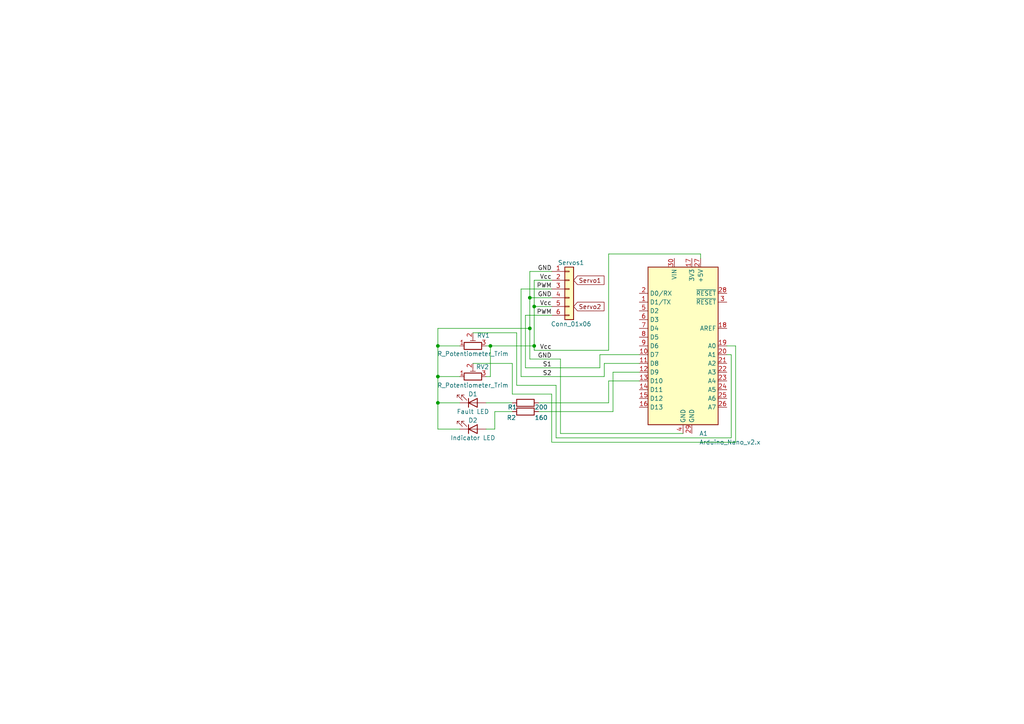
<source format=kicad_sch>
(kicad_sch (version 20250114) (generator "eeschema") (generator_version "9.0")
  (paper "A4")
  (title_block (title "Morphing wing PCB") (date "2025-03-14") (rev "v1") (comment 1 "Email: o.meszaros@student.unsw.edu.au") (comment 2 "zID: z5636164") (comment 3 "Designed by Oskar Meszaros"))
  (lib_symbols
    (symbol "Connector_Generic:Conn_01x06" (pin_names (offset 1.016) (hide yes))
      (property "Reference" "J" (at 0 7.62 0))
      (property "Value" "Conn_01x06" (at 0 -10.16 0))
      (symbol "Conn_01x06_1_1"
        (rectangle (start -1.27 6.35) (end 1.27 -8.89) (stroke (width 0.254)) (fill (type background)))
        (rectangle (start -1.27 5.207) (end 0 4.953) (stroke (width 0.1524)))
        (rectangle (start -1.27 2.667) (end 0 2.413) (stroke (width 0.1524)))
        (rectangle (start -1.27 0.127) (end 0 -0.127) (stroke (width 0.1524)))
        (rectangle (start -1.27 -2.413) (end 0 -2.667) (stroke (width 0.1524)))
        (rectangle (start -1.27 -4.953) (end 0 -5.207) (stroke (width 0.1524)))
        (rectangle (start -1.27 -7.493) (end 0 -7.747) (stroke (width 0.1524)))
        (pin passive line (at -5.08 5.08 0) (length 3.81) (name "Pin_1") (number "1"))
        (pin passive line (at -5.08 2.54 0) (length 3.81) (name "Pin_2") (number "2"))
        (pin passive line (at -5.08 0 0) (length 3.81) (name "Pin_3") (number "3"))
        (pin passive line (at -5.08 -2.54 0) (length 3.81) (name "Pin_4") (number "4"))
        (pin passive line (at -5.08 -5.08 0) (length 3.81) (name "Pin_5") (number "5"))
        (pin passive line (at -5.08 -7.62 0) (length 3.81) (name "Pin_6") (number "6"))
      )
    )
    (symbol "Device:LED" (pin_numbers (hide yes)) (pin_names (offset 1.016) (hide yes))
      (property "Reference" "D" (at 0 2.54 0))
      (property "Value" "LED" (at 0 -2.54 0))
      (symbol "LED_0_1"
        (polyline (pts (xy -3.048 -0.762) (xy -4.572 -2.286) (xy -3.81 -2.286) (xy -4.572 -2.286) (xy -4.572 -1.524)))
        (polyline (pts (xy -1.778 -0.762) (xy -3.302 -2.286) (xy -2.54 -2.286) (xy -3.302 -2.286) (xy -3.302 -1.524)))
        (polyline (pts (xy -1.27 0) (xy 1.27 0)))
        (polyline (pts (xy -1.27 -1.27) (xy -1.27 1.27)) (stroke (width 0.254)))
        (polyline (pts (xy 1.27 -1.27) (xy 1.27 1.27) (xy -1.27 0) (xy 1.27 -1.27)) (stroke (width 0.254)))
      )
      (symbol "LED_1_1"
        (pin passive line (at -3.81 0 0) (length 2.54) (name "K") (number "1"))
        (pin passive line (at 3.81 0 180) (length 2.54) (name "A") (number "2"))
      )
    )
    (symbol "Device:R" (pin_numbers (hide yes)) (pin_names (offset 0))
      (property "Reference" "R" (at 2.032 0 90))
      (property "Value" "R" (at 0 0 90))
      (symbol "R_0_1"
        (rectangle (start -1.016 -2.54) (end 1.016 2.54) (stroke (width 0.254)))
      )
      (symbol "R_1_1"
        (pin passive line (at 0 3.81 270) (length 1.27) (name "~") (number "1"))
        (pin passive line (at 0 -3.81 90) (length 1.27) (name "~") (number "2"))
      )
    )
    (symbol "Device:R_Potentiometer_Trim" (pin_names (offset 1.016) (hide yes))
      (property "Reference" "RV" (at -4.445 0 90))
      (property "Value" "R_Potentiometer_Trim" (at -2.54 0 90))
      (symbol "R_Potentiometer_Trim_0_1"
        (rectangle (start 1.016 2.54) (end -1.016 -2.54) (stroke (width 0.254)))
        (polyline (pts (xy 1.524 0.762) (xy 1.524 -0.762)))
        (polyline (pts (xy 2.54 0) (xy 1.524 0)))
      )
      (symbol "R_Potentiometer_Trim_1_1"
        (pin passive line (at 0 3.81 270) (length 1.27) (name "1") (number "1"))
        (pin passive line (at 0 -3.81 90) (length 1.27) (name "3") (number "3"))
        (pin passive line (at 3.81 0 180) (length 1.27) (name "2") (number "2"))
      )
    )
    (symbol "MCU_Module:Arduino_Nano_v2.x"
      (property "Reference" "A" (at -10.16 23.495 0))
      (property "Value" "Arduino_Nano_v2.x" (at 5.08 -24.13 0))
      (symbol "Arduino_Nano_v2.x_0_1"
        (rectangle (start -10.16 22.86) (end 10.16 -22.86) (stroke (width 0.254)) (fill (type background)))
      )
      (symbol "Arduino_Nano_v2.x_1_1"
        (pin bidirectional line (at -12.7 15.24 0) (length 2.54) (name "D0/RX") (number "2"))
        (pin bidirectional line (at -12.7 12.7 0) (length 2.54) (name "D1/TX") (number "1"))
        (pin bidirectional line (at -12.7 10.16 0) (length 2.54) (name "D2") (number "5"))
        (pin bidirectional line (at -12.7 7.62 0) (length 2.54) (name "D3") (number "6"))
        (pin bidirectional line (at -12.7 5.08 0) (length 2.54) (name "D4") (number "7"))
        (pin bidirectional line (at -12.7 2.54 0) (length 2.54) (name "D5") (number "8"))
        (pin bidirectional line (at -12.7 0 0) (length 2.54) (name "D6") (number "9"))
        (pin bidirectional line (at -12.7 -2.54 0) (length 2.54) (name "D7") (number "10"))
        (pin bidirectional line (at -12.7 -5.08 0) (length 2.54) (name "D8") (number "11"))
        (pin bidirectional line (at -12.7 -7.62 0) (length 2.54) (name "D9") (number "12"))
        (pin bidirectional line (at -12.7 -10.16 0) (length 2.54) (name "D10") (number "13"))
        (pin bidirectional line (at -12.7 -12.7 0) (length 2.54) (name "D11") (number "14"))
        (pin bidirectional line (at -12.7 -15.24 0) (length 2.54) (name "D12") (number "15"))
        (pin bidirectional line (at -12.7 -17.78 0) (length 2.54) (name "D13") (number "16"))
        (pin power_in line (at -2.54 25.4 270) (length 2.54) (name "VIN") (number "30"))
        (pin power_in line (at 0 -25.4 90) (length 2.54) (name "GND") (number "4"))
        (pin power_out line (at 2.54 25.4 270) (length 2.54) (name "3V3") (number "17"))
        (pin power_in line (at 2.54 -25.4 90) (length 2.54) (name "GND") (number "29"))
        (pin power_out line (at 5.08 25.4 270) (length 2.54) (name "+5V") (number "27"))
        (pin input line (at 12.7 15.24 180) (length 2.54) (name "~{RESET}") (number "28"))
        (pin input line (at 12.7 12.7 180) (length 2.54) (name "~{RESET}") (number "3"))
        (pin input line (at 12.7 5.08 180) (length 2.54) (name "AREF") (number "18"))
        (pin bidirectional line (at 12.7 0 180) (length 2.54) (name "A0") (number "19"))
        (pin bidirectional line (at 12.7 -2.54 180) (length 2.54) (name "A1") (number "20"))
        (pin bidirectional line (at 12.7 -5.08 180) (length 2.54) (name "A2") (number "21"))
        (pin bidirectional line (at 12.7 -7.62 180) (length 2.54) (name "A3") (number "22"))
        (pin bidirectional line (at 12.7 -10.16 180) (length 2.54) (name "A4") (number "23"))
        (pin bidirectional line (at 12.7 -12.7 180) (length 2.54) (name "A5") (number "24"))
        (pin bidirectional line (at 12.7 -15.24 180) (length 2.54) (name "A6") (number "25"))
        (pin bidirectional line (at 12.7 -17.78 180) (length 2.54) (name "A7") (number "26"))
      )
    )
  )
  (junction (at 154.94 88.9))
  (junction (at 127 100.33))
  (junction (at 142.24 100.33))
  (junction (at 153.67 86.36))
  (junction (at 127 109.22))
  (junction (at 153.67 95.25))
  (junction (at 127 116.84))
  (junction (at 154.94 100.33))
  (wire (pts (xy 154.94 101.6) (xy 154.94 100.33)))
  (wire (pts (xy 175.26 105.41) (xy 185.42 105.41)))
  (wire (pts (xy 177.8 119.38) (xy 177.8 107.95)))
  (wire (pts (xy 154.94 88.9) (xy 154.94 81.28)))
  (wire (pts (xy 176.53 110.49) (xy 185.42 110.49)))
  (wire (pts (xy 154.94 101.6) (xy 176.53 101.6)))
  (wire (pts (xy 143.51 119.38) (xy 143.51 124.46)))
  (wire (pts (xy 154.94 100.33) (xy 154.94 88.9)))
  (wire (pts (xy 153.67 86.36) (xy 160.02 86.36)))
  (wire (pts (xy 127 109.22) (xy 133.35 109.22)))
  (wire (pts (xy 212.09 127) (xy 212.09 102.87)))
  (wire (pts (xy 143.51 119.38) (xy 148.59 119.38)))
  (wire (pts (xy 176.53 116.84) (xy 176.53 110.49)))
  (wire (pts (xy 127 116.84) (xy 133.35 116.84)))
  (wire (pts (xy 148.59 105.41) (xy 137.16 105.41)))
  (wire (pts (xy 177.8 107.95) (xy 185.42 107.95)))
  (wire (pts (xy 156.21 116.84) (xy 176.53 116.84)))
  (wire (pts (xy 173.99 102.87) (xy 185.42 102.87)))
  (wire (pts (xy 140.97 100.33) (xy 142.24 100.33)))
  (wire (pts (xy 127 95.25) (xy 153.67 95.25)))
  (wire (pts (xy 127 109.22) (xy 127 100.33)))
  (wire (pts (xy 127 124.46) (xy 127 116.84)))
  (wire (pts (xy 142.24 100.33) (xy 154.94 100.33)))
  (wire (pts (xy 176.53 101.6) (xy 176.53 73.66)))
  (wire (pts (xy 151.13 83.82) (xy 160.02 83.82)))
  (wire (pts (xy 127 124.46) (xy 133.35 124.46)))
  (wire (pts (xy 152.4 106.68) (xy 152.4 91.44)))
  (wire (pts (xy 154.94 81.28) (xy 160.02 81.28)))
  (wire (pts (xy 156.21 119.38) (xy 177.8 119.38)))
  (wire (pts (xy 160.02 114.3) (xy 160.02 128.27)))
  (wire (pts (xy 152.4 91.44) (xy 160.02 91.44)))
  (wire (pts (xy 176.53 73.66) (xy 203.2 73.66)))
  (wire (pts (xy 153.67 95.25) (xy 153.67 86.36)))
  (wire (pts (xy 153.67 86.36) (xy 153.67 78.74)))
  (wire (pts (xy 213.36 100.33) (xy 210.82 100.33)))
  (wire (pts (xy 148.59 114.3) (xy 148.59 105.41)))
  (wire (pts (xy 149.86 111.76) (xy 149.86 96.52)))
  (wire (pts (xy 127 100.33) (xy 127 95.25)))
  (wire (pts (xy 127 116.84) (xy 127 109.22)))
  (wire (pts (xy 149.86 111.76) (xy 161.29 111.76)))
  (wire (pts (xy 212.09 102.87) (xy 210.82 102.87)))
  (wire (pts (xy 161.29 111.76) (xy 161.29 127)))
  (wire (pts (xy 161.29 127) (xy 212.09 127)))
  (wire (pts (xy 153.67 104.14) (xy 153.67 95.25)))
  (wire (pts (xy 142.24 109.22) (xy 142.24 100.33)))
  (wire (pts (xy 127 100.33) (xy 133.35 100.33)))
  (wire (pts (xy 203.2 73.66) (xy 203.2 74.93)))
  (wire (pts (xy 152.4 106.68) (xy 173.99 106.68)))
  (wire (pts (xy 153.67 78.74) (xy 160.02 78.74)))
  (wire (pts (xy 173.99 106.68) (xy 173.99 102.87)))
  (wire (pts (xy 162.56 125.73) (xy 198.12 125.73)))
  (wire (pts (xy 140.97 109.22) (xy 142.24 109.22)))
  (wire (pts (xy 213.36 128.27) (xy 213.36 100.33)))
  (wire (pts (xy 175.26 109.22) (xy 175.26 105.41)))
  (wire (pts (xy 160.02 114.3) (xy 148.59 114.3)))
  (wire (pts (xy 151.13 109.22) (xy 175.26 109.22)))
  (wire (pts (xy 143.51 124.46) (xy 140.97 124.46)))
  (wire (pts (xy 140.97 116.84) (xy 148.59 116.84)))
  (wire (pts (xy 162.56 104.14) (xy 162.56 125.73)))
  (wire (pts (xy 151.13 109.22) (xy 151.13 83.82)))
  (wire (pts (xy 160.02 128.27) (xy 213.36 128.27)))
  (wire (pts (xy 149.86 96.52) (xy 137.16 96.52)))
  (wire (pts (xy 153.67 104.14) (xy 162.56 104.14)))
  (wire (pts (xy 154.94 88.9) (xy 160.02 88.9)))
  (label "GND" (at 160.02 78.74 180))
  (label "Vcc" (at 160.02 81.28 180))
  (label "PWM" (at 160.02 83.82 180))
  (label "S1" (at 160.02 106.68 180))
  (label "GND" (at 160.02 86.36 180))
  (label "S2" (at 160.02 109.22 180))
  (label "GND" (at 160.02 104.14 180))
  (label "PWM" (at 160.02 91.44 180))
  (label "Vcc" (at 160.02 101.6 180))
  (label "Vcc" (at 160.02 88.9 180))
  (global_label "Servo2" (shape input) (at 166.37 88.9 0) (property "Intersheetrefs" "${INTERSHEET_REFS}" (effects (hide yes))))
  (global_label "Servo1" (shape input) (at 166.37 81.28 0) (property "Intersheetrefs" "${INTERSHEET_REFS}" (effects (hide yes))))
  (symbol (lib_id "Connector_Generic:Conn_01x06") (at 165.1 83.82 0) (unit 1)
    (property "Reference" "Servos1" (at 161.798 76.2 0) (effects (justify left)))
    (property "Value" "Conn_01x06" (at 159.766 93.98 0) (effects (justify left)))
    (property "Footprint" "Connector_PinSocket_2.54mm:PinSocket_1x06_P2.54mm_Vertical" (effects (hide yes)))
    (property "Description" "Generic connector, single row, 01x06, script generated (kicad-library-utils/schlib/autogen/connector/)" (effects (hide yes)))
  )
  (symbol (lib_id "Device:R_Potentiometer_Trim") (at 137.16 109.22 90) (unit 1)
    (property "Reference" "RV2" (at 139.954 106.426 90))
    (property "Value" "R_Potentiometer_Trim" (at 137.16 111.76 90))
    (property "Footprint" "Potentiometer_THT:Potentiometer_ACP_CA9-H2,5_Horizontal" (effects (hide yes)))
    (property "Description" "Trim-potentiometer" (effects (hide yes)))
  )
  (symbol (lib_id "Device:R") (at 152.4 119.38 90) (unit 1)
    (property "Reference" "R2" (at 148.336 121.158 90))
    (property "Value" "160" (at 156.972 121.158 90))
    (property "Footprint" "Resistor_THT:R_Axial_DIN0207_L6.3mm_D2.5mm_P10.16mm_Horizontal" (effects (hide yes)))
    (property "Description" "Resistor" (effects (hide yes)))
  )
  (symbol (lib_id "MCU_Module:Arduino_Nano_v2.x") (at 198.12 100.33 0) (unit 1)
    (property "Reference" "A1" (at 202.8033 125.73 0) (effects (justify left)))
    (property "Value" "Arduino_Nano_v2.x" (at 202.8033 128.27 0) (effects (justify left)))
    (property "Footprint" "Module:Arduino_Nano" (effects (hide yes)))
    (property "Datasheet" "https://www.arduino.cc/en/uploads/Main/ArduinoNanoManual23.pdf" (effects (hide yes)))
    (property "Description" "Arduino Nano v2.x" (effects (hide yes)))
  )
  (symbol (lib_id "Device:R") (at 152.4 116.84 90) (unit 1)
    (property "Reference" "R1" (at 148.59 118.11 90))
    (property "Value" "200" (at 156.972 118.11 90))
    (property "Footprint" "Resistor_THT:R_Axial_DIN0207_L6.3mm_D2.5mm_P10.16mm_Horizontal" (effects (hide yes)))
    (property "Description" "Resistor" (effects (hide yes)))
  )
  (symbol (lib_id "Device:R_Potentiometer_Trim") (at 137.16 100.33 90) (unit 1)
    (property "Reference" "RV1" (at 140.208 97.282 90))
    (property "Value" "R_Potentiometer_Trim" (at 137.16 102.616 90))
    (property "Footprint" "Potentiometer_THT:Potentiometer_ACP_CA9-H2,5_Horizontal" (effects (hide yes)))
    (property "Description" "Trim-potentiometer" (effects (hide yes)))
  )
  (symbol (lib_id "Device:LED") (at 137.16 116.84 0) (mirror x) (unit 1)
    (property "Reference" "D1" (at 137.16 114.3 0))
    (property "Value" "Fault LED" (at 137.16 119.38 0))
    (property "Footprint" "LED_THT:LED_D5.0mm_Horizontal_O1.27mm_Z9.0mm" (effects (hide yes)))
    (property "Description" "Light emitting diode" (effects (hide yes)))
    (property "Sim.Pins" "1=K 2=A" (effects (hide yes)))
  )
  (symbol (lib_id "Device:LED") (at 137.16 124.46 0) (mirror x) (unit 1)
    (property "Reference" "D2" (at 137.16 121.92 0))
    (property "Value" "Indicator LED" (at 137.16 127 0))
    (property "Footprint" "LED_THT:LED_D5.0mm_Horizontal_O1.27mm_Z9.0mm" (effects (hide yes)))
    (property "Description" "Light emitting diode" (effects (hide yes)))
    (property "Sim.Pins" "1=K 2=A" (effects (hide yes)))
  )
)
</source>
